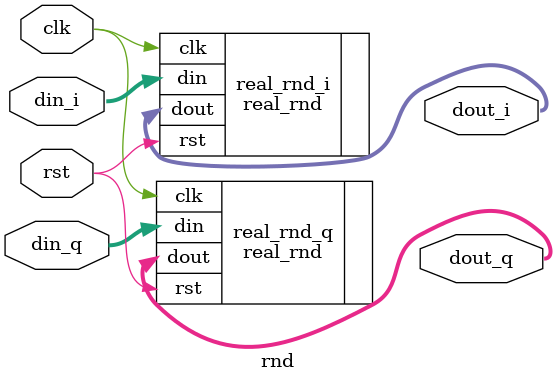
<source format=v>
`timescale 1ns / 1ps                                                       
/*************************************************************************/
// COMPANY        :  STARPOINT                                             
// TEAM           :  FPGA GROUP/SPG                                        
// MODULE NAME    :  rnd                                              
// FILE NAME      :  rnd.v                                            
// PROJECT NAME   :  rnd                                             
// HIGHER MODULE  :                                                        
// DESCRIPTION    :  top level of real_sat                                 
// NOTES          :  NONE.                                                 
// LIMITATIONS    :  NONE.                                                 
// ERRORS         :  NONE KNOWN.                                           
// INCLUDE FILES  :  N/A                                                   
//                                                                         
// AUTHOR         :  xiaowei                                               
// EMAIL          :  xiaowei@starpointcomm.com                             
// PLATFORM       :  Target Chip : Xilinx; XC5VSX50T-1FFG665C              
//                   Synthesis   : xst                                     
//                   Layout      : Xilinx ISE 13.2                         
//                                 Output Slew Rate   : Fast               
//                                 Logic Optimization : Speed              
// REVISION HISTORY:                                                       
// ----------------------------------------------------------------------- 
//  Ver     Author          Date          Changes Description              
// ----------------------------------------------------------------------- 
//  0.0     xiaowei      11/05/2015    Original Version.                   
/*************************************************************************/
module rnd #
 (     
   parameter   IN_WIDTH                        =  32  ,
   parameter   RND_WIDTH                       =  16  
) (                                                   
   input                                        clk   ,
   input                                        rst   ,
   input      [ IN_WIDTH-1 :0]                  din_i ,
   input      [ IN_WIDTH-1 :0]                  din_q ,
   
   output     [ IN_WIDTH-RND_WIDTH-1:0]         dout_i,
   output     [ IN_WIDTH-RND_WIDTH-1:0]         dout_q
  );
  


   real_rnd #
    (     
      .IN_WIDTH                        ( IN_WIDTH     ) ,
      .RND_WIDTH                       ( RND_WIDTH    ) 
   ) real_rnd_i(                                                
      .clk                             ( clk          ),
      .rst                             ( rst          ),
      .din                             ( din_i        ),
                                                                 
      .dout                            ( dout_i       )
     );
     
   real_rnd #
    (     
      .IN_WIDTH                        ( IN_WIDTH    ) ,
      .RND_WIDTH                       ( RND_WIDTH   ) 
   ) real_rnd_q(                                              
      .clk                             ( clk         ),
      .rst                             ( rst         ),
      .din                             ( din_q       ),
                                                              
      .dout                            ( dout_q      )
     );  
  
  
endmodule
</source>
